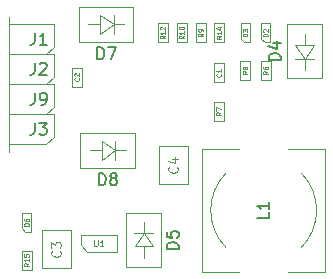
<source format=gbr>
G04 #@! TF.GenerationSoftware,KiCad,Pcbnew,(6.0.8)*
G04 #@! TF.CreationDate,2023-05-10T13:59:01+02:00*
G04 #@! TF.ProjectId,02_Batt_Alim,30325f42-6174-4745-9f41-6c696d2e6b69,rev?*
G04 #@! TF.SameCoordinates,Original*
G04 #@! TF.FileFunction,AssemblyDrawing,Top*
%FSLAX46Y46*%
G04 Gerber Fmt 4.6, Leading zero omitted, Abs format (unit mm)*
G04 Created by KiCad (PCBNEW (6.0.8)) date 2023-05-10 13:59:01*
%MOMM*%
%LPD*%
G01*
G04 APERTURE LIST*
%ADD10C,0.150000*%
%ADD11C,0.060000*%
%ADD12C,0.120000*%
%ADD13C,0.075000*%
%ADD14C,0.100000*%
G04 APERTURE END LIST*
D10*
X103806666Y-73112380D02*
X103806666Y-73826666D01*
X103759047Y-73969523D01*
X103663809Y-74064761D01*
X103520952Y-74112380D01*
X103425714Y-74112380D01*
X104187619Y-73112380D02*
X104806666Y-73112380D01*
X104473333Y-73493333D01*
X104616190Y-73493333D01*
X104711428Y-73540952D01*
X104759047Y-73588571D01*
X104806666Y-73683809D01*
X104806666Y-73921904D01*
X104759047Y-74017142D01*
X104711428Y-74064761D01*
X104616190Y-74112380D01*
X104330476Y-74112380D01*
X104235238Y-74064761D01*
X104187619Y-74017142D01*
X103806666Y-70572380D02*
X103806666Y-71286666D01*
X103759047Y-71429523D01*
X103663809Y-71524761D01*
X103520952Y-71572380D01*
X103425714Y-71572380D01*
X104330476Y-71572380D02*
X104520952Y-71572380D01*
X104616190Y-71524761D01*
X104663809Y-71477142D01*
X104759047Y-71334285D01*
X104806666Y-71143809D01*
X104806666Y-70762857D01*
X104759047Y-70667619D01*
X104711428Y-70620000D01*
X104616190Y-70572380D01*
X104425714Y-70572380D01*
X104330476Y-70620000D01*
X104282857Y-70667619D01*
X104235238Y-70762857D01*
X104235238Y-71000952D01*
X104282857Y-71096190D01*
X104330476Y-71143809D01*
X104425714Y-71191428D01*
X104616190Y-71191428D01*
X104711428Y-71143809D01*
X104759047Y-71096190D01*
X104806666Y-71000952D01*
X103806666Y-68032380D02*
X103806666Y-68746666D01*
X103759047Y-68889523D01*
X103663809Y-68984761D01*
X103520952Y-69032380D01*
X103425714Y-69032380D01*
X104235238Y-68127619D02*
X104282857Y-68080000D01*
X104378095Y-68032380D01*
X104616190Y-68032380D01*
X104711428Y-68080000D01*
X104759047Y-68127619D01*
X104806666Y-68222857D01*
X104806666Y-68318095D01*
X104759047Y-68460952D01*
X104187619Y-69032380D01*
X104806666Y-69032380D01*
X103806666Y-65492380D02*
X103806666Y-66206666D01*
X103759047Y-66349523D01*
X103663809Y-66444761D01*
X103520952Y-66492380D01*
X103425714Y-66492380D01*
X104806666Y-66492380D02*
X104235238Y-66492380D01*
X104520952Y-66492380D02*
X104520952Y-65492380D01*
X104425714Y-65635238D01*
X104330476Y-65730476D01*
X104235238Y-65778095D01*
X109116904Y-67722380D02*
X109116904Y-66722380D01*
X109355000Y-66722380D01*
X109497857Y-66770000D01*
X109593095Y-66865238D01*
X109640714Y-66960476D01*
X109688333Y-67150952D01*
X109688333Y-67293809D01*
X109640714Y-67484285D01*
X109593095Y-67579523D01*
X109497857Y-67674761D01*
X109355000Y-67722380D01*
X109116904Y-67722380D01*
X110021666Y-66722380D02*
X110688333Y-66722380D01*
X110259761Y-67722380D01*
X109243904Y-78390380D02*
X109243904Y-77390380D01*
X109482000Y-77390380D01*
X109624857Y-77438000D01*
X109720095Y-77533238D01*
X109767714Y-77628476D01*
X109815333Y-77818952D01*
X109815333Y-77961809D01*
X109767714Y-78152285D01*
X109720095Y-78247523D01*
X109624857Y-78342761D01*
X109482000Y-78390380D01*
X109243904Y-78390380D01*
X110386761Y-77818952D02*
X110291523Y-77771333D01*
X110243904Y-77723714D01*
X110196285Y-77628476D01*
X110196285Y-77580857D01*
X110243904Y-77485619D01*
X110291523Y-77438000D01*
X110386761Y-77390380D01*
X110577238Y-77390380D01*
X110672476Y-77438000D01*
X110720095Y-77485619D01*
X110767714Y-77580857D01*
X110767714Y-77628476D01*
X110720095Y-77723714D01*
X110672476Y-77771333D01*
X110577238Y-77818952D01*
X110386761Y-77818952D01*
X110291523Y-77866571D01*
X110243904Y-77914190D01*
X110196285Y-78009428D01*
X110196285Y-78199904D01*
X110243904Y-78295142D01*
X110291523Y-78342761D01*
X110386761Y-78390380D01*
X110577238Y-78390380D01*
X110672476Y-78342761D01*
X110720095Y-78295142D01*
X110767714Y-78199904D01*
X110767714Y-78009428D01*
X110720095Y-77914190D01*
X110672476Y-77866571D01*
X110577238Y-77818952D01*
X115982380Y-83796095D02*
X114982380Y-83796095D01*
X114982380Y-83558000D01*
X115030000Y-83415142D01*
X115125238Y-83319904D01*
X115220476Y-83272285D01*
X115410952Y-83224666D01*
X115553809Y-83224666D01*
X115744285Y-83272285D01*
X115839523Y-83319904D01*
X115934761Y-83415142D01*
X115982380Y-83558000D01*
X115982380Y-83796095D01*
X114982380Y-82319904D02*
X114982380Y-82796095D01*
X115458571Y-82843714D01*
X115410952Y-82796095D01*
X115363333Y-82700857D01*
X115363333Y-82462761D01*
X115410952Y-82367523D01*
X115458571Y-82319904D01*
X115553809Y-82272285D01*
X115791904Y-82272285D01*
X115887142Y-82319904D01*
X115934761Y-82367523D01*
X115982380Y-82462761D01*
X115982380Y-82700857D01*
X115934761Y-82796095D01*
X115887142Y-82843714D01*
X124622180Y-67794095D02*
X123622180Y-67794095D01*
X123622180Y-67556000D01*
X123669800Y-67413142D01*
X123765038Y-67317904D01*
X123860276Y-67270285D01*
X124050752Y-67222666D01*
X124193609Y-67222666D01*
X124384085Y-67270285D01*
X124479323Y-67317904D01*
X124574561Y-67413142D01*
X124622180Y-67556000D01*
X124622180Y-67794095D01*
X123955514Y-66365523D02*
X124622180Y-66365523D01*
X123574561Y-66603619D02*
X124288847Y-66841714D01*
X124288847Y-66222666D01*
D11*
X119548257Y-68951466D02*
X119567304Y-68970514D01*
X119586352Y-69027657D01*
X119586352Y-69065752D01*
X119567304Y-69122895D01*
X119529209Y-69160990D01*
X119491114Y-69180038D01*
X119414923Y-69199085D01*
X119357780Y-69199085D01*
X119281590Y-69180038D01*
X119243495Y-69160990D01*
X119205400Y-69122895D01*
X119186352Y-69065752D01*
X119186352Y-69027657D01*
X119205400Y-68970514D01*
X119224447Y-68951466D01*
X119586352Y-68570514D02*
X119586352Y-68799085D01*
X119586352Y-68684800D02*
X119186352Y-68684800D01*
X119243495Y-68722895D01*
X119281590Y-68760990D01*
X119300638Y-68799085D01*
X107532857Y-69306666D02*
X107551904Y-69325714D01*
X107570952Y-69382857D01*
X107570952Y-69420952D01*
X107551904Y-69478095D01*
X107513809Y-69516190D01*
X107475714Y-69535238D01*
X107399523Y-69554285D01*
X107342380Y-69554285D01*
X107266190Y-69535238D01*
X107228095Y-69516190D01*
X107190000Y-69478095D01*
X107170952Y-69420952D01*
X107170952Y-69382857D01*
X107190000Y-69325714D01*
X107209047Y-69306666D01*
X107209047Y-69154285D02*
X107190000Y-69135238D01*
X107170952Y-69097142D01*
X107170952Y-69001904D01*
X107190000Y-68963809D01*
X107209047Y-68944761D01*
X107247142Y-68925714D01*
X107285238Y-68925714D01*
X107342380Y-68944761D01*
X107570952Y-69173333D01*
X107570952Y-68925714D01*
D12*
X105949714Y-83953333D02*
X105987809Y-83991428D01*
X106025904Y-84105714D01*
X106025904Y-84181904D01*
X105987809Y-84296190D01*
X105911619Y-84372380D01*
X105835428Y-84410476D01*
X105683047Y-84448571D01*
X105568761Y-84448571D01*
X105416380Y-84410476D01*
X105340190Y-84372380D01*
X105264000Y-84296190D01*
X105225904Y-84181904D01*
X105225904Y-84105714D01*
X105264000Y-83991428D01*
X105302095Y-83953333D01*
X105225904Y-83686666D02*
X105225904Y-83191428D01*
X105530666Y-83458095D01*
X105530666Y-83343809D01*
X105568761Y-83267619D01*
X105606857Y-83229523D01*
X105683047Y-83191428D01*
X105873523Y-83191428D01*
X105949714Y-83229523D01*
X105987809Y-83267619D01*
X106025904Y-83343809D01*
X106025904Y-83572380D01*
X105987809Y-83648571D01*
X105949714Y-83686666D01*
X115855714Y-76841333D02*
X115893809Y-76879428D01*
X115931904Y-76993714D01*
X115931904Y-77069904D01*
X115893809Y-77184190D01*
X115817619Y-77260380D01*
X115741428Y-77298476D01*
X115589047Y-77336571D01*
X115474761Y-77336571D01*
X115322380Y-77298476D01*
X115246190Y-77260380D01*
X115170000Y-77184190D01*
X115131904Y-77069904D01*
X115131904Y-76993714D01*
X115170000Y-76879428D01*
X115208095Y-76841333D01*
X115398571Y-76155619D02*
X115931904Y-76155619D01*
X115093809Y-76346095D02*
X115665238Y-76536571D01*
X115665238Y-76041333D01*
D11*
X123548752Y-65788638D02*
X123148752Y-65788638D01*
X123148752Y-65693400D01*
X123167800Y-65636257D01*
X123205895Y-65598161D01*
X123243990Y-65579114D01*
X123320180Y-65560066D01*
X123377323Y-65560066D01*
X123453514Y-65579114D01*
X123491609Y-65598161D01*
X123529704Y-65636257D01*
X123548752Y-65693400D01*
X123548752Y-65788638D01*
X123186847Y-65407685D02*
X123167800Y-65388638D01*
X123148752Y-65350542D01*
X123148752Y-65255304D01*
X123167800Y-65217209D01*
X123186847Y-65198161D01*
X123224942Y-65179114D01*
X123263038Y-65179114D01*
X123320180Y-65198161D01*
X123548752Y-65426733D01*
X123548752Y-65179114D01*
X121821552Y-65788638D02*
X121421552Y-65788638D01*
X121421552Y-65693400D01*
X121440600Y-65636257D01*
X121478695Y-65598161D01*
X121516790Y-65579114D01*
X121592980Y-65560066D01*
X121650123Y-65560066D01*
X121726314Y-65579114D01*
X121764409Y-65598161D01*
X121802504Y-65636257D01*
X121821552Y-65693400D01*
X121821552Y-65788638D01*
X121421552Y-65426733D02*
X121421552Y-65179114D01*
X121573933Y-65312447D01*
X121573933Y-65255304D01*
X121592980Y-65217209D01*
X121612028Y-65198161D01*
X121650123Y-65179114D01*
X121745361Y-65179114D01*
X121783457Y-65198161D01*
X121802504Y-65217209D01*
X121821552Y-65255304D01*
X121821552Y-65369590D01*
X121802504Y-65407685D01*
X121783457Y-65426733D01*
X103304952Y-81829238D02*
X102904952Y-81829238D01*
X102904952Y-81734000D01*
X102924000Y-81676857D01*
X102962095Y-81638761D01*
X103000190Y-81619714D01*
X103076380Y-81600666D01*
X103133523Y-81600666D01*
X103209714Y-81619714D01*
X103247809Y-81638761D01*
X103285904Y-81676857D01*
X103304952Y-81734000D01*
X103304952Y-81829238D01*
X102904952Y-81257809D02*
X102904952Y-81334000D01*
X102924000Y-81372095D01*
X102943047Y-81391142D01*
X103000190Y-81429238D01*
X103076380Y-81448285D01*
X103228761Y-81448285D01*
X103266857Y-81429238D01*
X103285904Y-81410190D01*
X103304952Y-81372095D01*
X103304952Y-81295904D01*
X103285904Y-81257809D01*
X103266857Y-81238761D01*
X103228761Y-81219714D01*
X103133523Y-81219714D01*
X103095428Y-81238761D01*
X103076380Y-81257809D01*
X103057333Y-81295904D01*
X103057333Y-81372095D01*
X103076380Y-81410190D01*
X103095428Y-81429238D01*
X103133523Y-81448285D01*
D10*
X123642380Y-80684666D02*
X123642380Y-81160857D01*
X122642380Y-81160857D01*
X123642380Y-79827523D02*
X123642380Y-80398952D01*
X123642380Y-80113238D02*
X122642380Y-80113238D01*
X122785238Y-80208476D01*
X122880476Y-80303714D01*
X122928095Y-80398952D01*
D11*
X123548752Y-68735066D02*
X123358276Y-68868400D01*
X123548752Y-68963638D02*
X123148752Y-68963638D01*
X123148752Y-68811257D01*
X123167800Y-68773161D01*
X123186847Y-68754114D01*
X123224942Y-68735066D01*
X123282085Y-68735066D01*
X123320180Y-68754114D01*
X123339228Y-68773161D01*
X123358276Y-68811257D01*
X123358276Y-68963638D01*
X123148752Y-68392209D02*
X123148752Y-68468400D01*
X123167800Y-68506495D01*
X123186847Y-68525542D01*
X123243990Y-68563638D01*
X123320180Y-68582685D01*
X123472561Y-68582685D01*
X123510657Y-68563638D01*
X123529704Y-68544590D01*
X123548752Y-68506495D01*
X123548752Y-68430304D01*
X123529704Y-68392209D01*
X123510657Y-68373161D01*
X123472561Y-68354114D01*
X123377323Y-68354114D01*
X123339228Y-68373161D01*
X123320180Y-68392209D01*
X123301133Y-68430304D01*
X123301133Y-68506495D01*
X123320180Y-68544590D01*
X123339228Y-68563638D01*
X123377323Y-68582685D01*
X119586352Y-72202666D02*
X119395876Y-72336000D01*
X119586352Y-72431238D02*
X119186352Y-72431238D01*
X119186352Y-72278857D01*
X119205400Y-72240761D01*
X119224447Y-72221714D01*
X119262542Y-72202666D01*
X119319685Y-72202666D01*
X119357780Y-72221714D01*
X119376828Y-72240761D01*
X119395876Y-72278857D01*
X119395876Y-72431238D01*
X119186352Y-72069333D02*
X119186352Y-71802666D01*
X119586352Y-71974095D01*
X121821552Y-68735066D02*
X121631076Y-68868400D01*
X121821552Y-68963638D02*
X121421552Y-68963638D01*
X121421552Y-68811257D01*
X121440600Y-68773161D01*
X121459647Y-68754114D01*
X121497742Y-68735066D01*
X121554885Y-68735066D01*
X121592980Y-68754114D01*
X121612028Y-68773161D01*
X121631076Y-68811257D01*
X121631076Y-68963638D01*
X121592980Y-68506495D02*
X121573933Y-68544590D01*
X121554885Y-68563638D01*
X121516790Y-68582685D01*
X121497742Y-68582685D01*
X121459647Y-68563638D01*
X121440600Y-68544590D01*
X121421552Y-68506495D01*
X121421552Y-68430304D01*
X121440600Y-68392209D01*
X121459647Y-68373161D01*
X121497742Y-68354114D01*
X121516790Y-68354114D01*
X121554885Y-68373161D01*
X121573933Y-68392209D01*
X121592980Y-68430304D01*
X121592980Y-68506495D01*
X121612028Y-68544590D01*
X121631076Y-68563638D01*
X121669171Y-68582685D01*
X121745361Y-68582685D01*
X121783457Y-68563638D01*
X121802504Y-68544590D01*
X121821552Y-68506495D01*
X121821552Y-68430304D01*
X121802504Y-68392209D01*
X121783457Y-68373161D01*
X121745361Y-68354114D01*
X121669171Y-68354114D01*
X121631076Y-68373161D01*
X121612028Y-68392209D01*
X121592980Y-68430304D01*
X118036952Y-65547866D02*
X117846476Y-65681200D01*
X118036952Y-65776438D02*
X117636952Y-65776438D01*
X117636952Y-65624057D01*
X117656000Y-65585961D01*
X117675047Y-65566914D01*
X117713142Y-65547866D01*
X117770285Y-65547866D01*
X117808380Y-65566914D01*
X117827428Y-65585961D01*
X117846476Y-65624057D01*
X117846476Y-65776438D01*
X118036952Y-65357390D02*
X118036952Y-65281200D01*
X118017904Y-65243104D01*
X117998857Y-65224057D01*
X117941714Y-65185961D01*
X117865523Y-65166914D01*
X117713142Y-65166914D01*
X117675047Y-65185961D01*
X117656000Y-65205009D01*
X117636952Y-65243104D01*
X117636952Y-65319295D01*
X117656000Y-65357390D01*
X117675047Y-65376438D01*
X117713142Y-65395485D01*
X117808380Y-65395485D01*
X117846476Y-65376438D01*
X117865523Y-65357390D01*
X117884571Y-65319295D01*
X117884571Y-65243104D01*
X117865523Y-65205009D01*
X117846476Y-65185961D01*
X117808380Y-65166914D01*
X116436752Y-65738342D02*
X116246276Y-65871676D01*
X116436752Y-65966914D02*
X116036752Y-65966914D01*
X116036752Y-65814533D01*
X116055800Y-65776438D01*
X116074847Y-65757390D01*
X116112942Y-65738342D01*
X116170085Y-65738342D01*
X116208180Y-65757390D01*
X116227228Y-65776438D01*
X116246276Y-65814533D01*
X116246276Y-65966914D01*
X116436752Y-65357390D02*
X116436752Y-65585961D01*
X116436752Y-65471676D02*
X116036752Y-65471676D01*
X116093895Y-65509771D01*
X116131990Y-65547866D01*
X116151038Y-65585961D01*
X116036752Y-65109771D02*
X116036752Y-65071676D01*
X116055800Y-65033580D01*
X116074847Y-65014533D01*
X116112942Y-64995485D01*
X116189133Y-64976438D01*
X116284371Y-64976438D01*
X116360561Y-64995485D01*
X116398657Y-65014533D01*
X116417704Y-65033580D01*
X116436752Y-65071676D01*
X116436752Y-65109771D01*
X116417704Y-65147866D01*
X116398657Y-65166914D01*
X116360561Y-65185961D01*
X116284371Y-65205009D01*
X116189133Y-65205009D01*
X116112942Y-65185961D01*
X116074847Y-65166914D01*
X116055800Y-65147866D01*
X116036752Y-65109771D01*
X114836552Y-65738342D02*
X114646076Y-65871676D01*
X114836552Y-65966914D02*
X114436552Y-65966914D01*
X114436552Y-65814533D01*
X114455600Y-65776438D01*
X114474647Y-65757390D01*
X114512742Y-65738342D01*
X114569885Y-65738342D01*
X114607980Y-65757390D01*
X114627028Y-65776438D01*
X114646076Y-65814533D01*
X114646076Y-65966914D01*
X114836552Y-65357390D02*
X114836552Y-65585961D01*
X114836552Y-65471676D02*
X114436552Y-65471676D01*
X114493695Y-65509771D01*
X114531790Y-65547866D01*
X114550838Y-65585961D01*
X114474647Y-65205009D02*
X114455600Y-65185961D01*
X114436552Y-65147866D01*
X114436552Y-65052628D01*
X114455600Y-65014533D01*
X114474647Y-64995485D01*
X114512742Y-64976438D01*
X114550838Y-64976438D01*
X114607980Y-64995485D01*
X114836552Y-65224057D01*
X114836552Y-64976438D01*
X119611752Y-65747142D02*
X119421276Y-65880476D01*
X119611752Y-65975714D02*
X119211752Y-65975714D01*
X119211752Y-65823333D01*
X119230800Y-65785238D01*
X119249847Y-65766190D01*
X119287942Y-65747142D01*
X119345085Y-65747142D01*
X119383180Y-65766190D01*
X119402228Y-65785238D01*
X119421276Y-65823333D01*
X119421276Y-65975714D01*
X119611752Y-65366190D02*
X119611752Y-65594761D01*
X119611752Y-65480476D02*
X119211752Y-65480476D01*
X119268895Y-65518571D01*
X119306990Y-65556666D01*
X119326038Y-65594761D01*
X119345085Y-65023333D02*
X119611752Y-65023333D01*
X119192704Y-65118571D02*
X119478419Y-65213809D01*
X119478419Y-64966190D01*
X103304952Y-84997142D02*
X103114476Y-85130476D01*
X103304952Y-85225714D02*
X102904952Y-85225714D01*
X102904952Y-85073333D01*
X102924000Y-85035238D01*
X102943047Y-85016190D01*
X102981142Y-84997142D01*
X103038285Y-84997142D01*
X103076380Y-85016190D01*
X103095428Y-85035238D01*
X103114476Y-85073333D01*
X103114476Y-85225714D01*
X103304952Y-84616190D02*
X103304952Y-84844761D01*
X103304952Y-84730476D02*
X102904952Y-84730476D01*
X102962095Y-84768571D01*
X103000190Y-84806666D01*
X103019238Y-84844761D01*
X102904952Y-84254285D02*
X102904952Y-84444761D01*
X103095428Y-84463809D01*
X103076380Y-84444761D01*
X103057333Y-84406666D01*
X103057333Y-84311428D01*
X103076380Y-84273333D01*
X103095428Y-84254285D01*
X103133523Y-84235238D01*
X103228761Y-84235238D01*
X103266857Y-84254285D01*
X103285904Y-84273333D01*
X103304952Y-84311428D01*
X103304952Y-84406666D01*
X103285904Y-84444761D01*
X103266857Y-84463809D01*
D13*
X108839047Y-83066190D02*
X108839047Y-83470952D01*
X108862857Y-83518571D01*
X108886666Y-83542380D01*
X108934285Y-83566190D01*
X109029523Y-83566190D01*
X109077142Y-83542380D01*
X109100952Y-83518571D01*
X109124761Y-83470952D01*
X109124761Y-83066190D01*
X109624761Y-83566190D02*
X109339047Y-83566190D01*
X109481904Y-83566190D02*
X109481904Y-83066190D01*
X109434285Y-83137619D01*
X109386666Y-83185238D01*
X109339047Y-83209047D01*
D14*
X104775000Y-74930000D02*
X101600000Y-74930000D01*
X105410000Y-74295000D02*
X104775000Y-74930000D01*
X105410000Y-72390000D02*
X105410000Y-74295000D01*
D12*
X101600000Y-75565000D02*
X101600000Y-71755000D01*
D14*
X101600000Y-72390000D02*
X102870000Y-72390000D01*
X102870000Y-72390000D02*
X105410000Y-72390000D01*
X104775000Y-72390000D02*
X101600000Y-72390000D01*
X105410000Y-71755000D02*
X104775000Y-72390000D01*
X105410000Y-69850000D02*
X105410000Y-71755000D01*
D12*
X101600000Y-73025000D02*
X101600000Y-69215000D01*
D14*
X101600000Y-69850000D02*
X102870000Y-69850000D01*
X102870000Y-69850000D02*
X105410000Y-69850000D01*
X104775000Y-69850000D02*
X101600000Y-69850000D01*
X105410000Y-69215000D02*
X104775000Y-69850000D01*
X105410000Y-67310000D02*
X105410000Y-69215000D01*
D12*
X101600000Y-70485000D02*
X101600000Y-66675000D01*
D14*
X101600000Y-67310000D02*
X102870000Y-67310000D01*
X102870000Y-67310000D02*
X105410000Y-67310000D01*
X104775000Y-67310000D02*
X101600000Y-67310000D01*
X105410000Y-66675000D02*
X104775000Y-67310000D01*
X105410000Y-64770000D02*
X105410000Y-66675000D01*
D12*
X101600000Y-67945000D02*
X101600000Y-64135000D01*
D14*
X101600000Y-64770000D02*
X102870000Y-64770000D01*
X102870000Y-64770000D02*
X105410000Y-64770000D01*
X107555000Y-66270000D02*
X107555000Y-63270000D01*
X107555000Y-66270000D02*
X112155000Y-66270000D01*
X112155000Y-63270000D02*
X112155000Y-66270000D01*
X109353820Y-64019680D02*
X109353820Y-65569080D01*
X110504440Y-65569080D02*
X110504440Y-63968880D01*
X110504440Y-64768980D02*
X109353820Y-65569080D01*
X109353820Y-64768980D02*
X108355600Y-64768980D01*
X110504440Y-64768980D02*
X111406140Y-64768980D01*
X107555000Y-63270000D02*
X112155000Y-63270000D01*
X110504440Y-64768980D02*
X109353820Y-64019680D01*
X107682000Y-76938000D02*
X107682000Y-73938000D01*
X107682000Y-76938000D02*
X112282000Y-76938000D01*
X112282000Y-73938000D02*
X112282000Y-76938000D01*
X109480820Y-74687680D02*
X109480820Y-76237080D01*
X110631440Y-76237080D02*
X110631440Y-74636880D01*
X110631440Y-75436980D02*
X109480820Y-76237080D01*
X109480820Y-75436980D02*
X108482600Y-75436980D01*
X110631440Y-75436980D02*
X111533140Y-75436980D01*
X107682000Y-73938000D02*
X112282000Y-73938000D01*
X110631440Y-75436980D02*
X109480820Y-74687680D01*
X114530000Y-85358000D02*
X111530000Y-85358000D01*
X114530000Y-85358000D02*
X114530000Y-80758000D01*
X111530000Y-80758000D02*
X114530000Y-80758000D01*
X112279680Y-83559180D02*
X113829080Y-83559180D01*
X113829080Y-82408560D02*
X112228880Y-82408560D01*
X113028980Y-82408560D02*
X113829080Y-83559180D01*
X113028980Y-83559180D02*
X113028980Y-84557400D01*
X113028980Y-82408560D02*
X113028980Y-81506860D01*
X111530000Y-85358000D02*
X111530000Y-80758000D01*
X113028980Y-82408560D02*
X112279680Y-83559180D01*
X125169800Y-64756000D02*
X128169800Y-64756000D01*
X125169800Y-64756000D02*
X125169800Y-69356000D01*
X128169800Y-69356000D02*
X125169800Y-69356000D01*
X127420120Y-66554820D02*
X125870720Y-66554820D01*
X125870720Y-67705440D02*
X127470920Y-67705440D01*
X126670820Y-67705440D02*
X125870720Y-66554820D01*
X126670820Y-66554820D02*
X126670820Y-65556600D01*
X126670820Y-67705440D02*
X126670820Y-68607140D01*
X128169800Y-64756000D02*
X128169800Y-69356000D01*
X126670820Y-67705440D02*
X127420120Y-66554820D01*
X119805400Y-69684800D02*
X119005400Y-69684800D01*
X119805400Y-68084800D02*
X119805400Y-69684800D01*
X119005400Y-69684800D02*
X119005400Y-68084800D01*
X119005400Y-68084800D02*
X119805400Y-68084800D01*
X106990000Y-70040000D02*
X106990000Y-68440000D01*
X106990000Y-68440000D02*
X107790000Y-68440000D01*
X107790000Y-68440000D02*
X107790000Y-70040000D01*
X107790000Y-70040000D02*
X106990000Y-70040000D01*
X104414000Y-85420000D02*
X104414000Y-82220000D01*
X106914000Y-85420000D02*
X104414000Y-85420000D01*
X106914000Y-82220000D02*
X106914000Y-85420000D01*
X104414000Y-82220000D02*
X106914000Y-82220000D01*
X116820000Y-78308000D02*
X114320000Y-78308000D01*
X114320000Y-78308000D02*
X114320000Y-75108000D01*
X114320000Y-75108000D02*
X116820000Y-75108000D01*
X116820000Y-75108000D02*
X116820000Y-78308000D01*
X123267800Y-66293400D02*
X123767800Y-66293400D01*
X122967800Y-65993400D02*
X123267800Y-66293400D01*
X122967800Y-64693400D02*
X122967800Y-65993400D01*
X123767800Y-66293400D02*
X123767800Y-64693400D01*
X123767800Y-64693400D02*
X122967800Y-64693400D01*
X122040600Y-64693400D02*
X121240600Y-64693400D01*
X121240600Y-64693400D02*
X121240600Y-65993400D01*
X121240600Y-65993400D02*
X121540600Y-66293400D01*
X122040600Y-66293400D02*
X122040600Y-64693400D01*
X121540600Y-66293400D02*
X122040600Y-66293400D01*
X102724000Y-82034000D02*
X103024000Y-82334000D01*
X103024000Y-82334000D02*
X103524000Y-82334000D01*
X103524000Y-80734000D02*
X102724000Y-80734000D01*
X103524000Y-82334000D02*
X103524000Y-80734000D01*
X102724000Y-80734000D02*
X102724000Y-82034000D01*
X128390000Y-85718000D02*
X125290000Y-85718000D01*
X128390000Y-75318000D02*
X125290000Y-75318000D01*
X128390000Y-85718000D02*
X128390000Y-75318000D01*
X117990000Y-75318000D02*
X121090000Y-75318000D01*
X117990000Y-85718000D02*
X117990000Y-75318000D01*
X117990000Y-85718000D02*
X121090000Y-85718000D01*
X126360000Y-83688000D02*
G75*
G03*
X126360000Y-77348000I-3170000J3170000D01*
G01*
X120020000Y-77348000D02*
G75*
G03*
X120020000Y-83688000I3170000J-3170000D01*
G01*
X123780300Y-69468400D02*
X122955300Y-69468400D01*
X122955300Y-69468400D02*
X122955300Y-67868400D01*
X123780300Y-67868400D02*
X123780300Y-69468400D01*
X122955300Y-67868400D02*
X123780300Y-67868400D01*
X118992900Y-71336000D02*
X119817900Y-71336000D01*
X118992900Y-72936000D02*
X118992900Y-71336000D01*
X119817900Y-71336000D02*
X119817900Y-72936000D01*
X119817900Y-72936000D02*
X118992900Y-72936000D01*
X121228100Y-69468400D02*
X121228100Y-67868400D01*
X122053100Y-69468400D02*
X121228100Y-69468400D01*
X122053100Y-67868400D02*
X122053100Y-69468400D01*
X121228100Y-67868400D02*
X122053100Y-67868400D01*
X117443500Y-64681200D02*
X118268500Y-64681200D01*
X118268500Y-66281200D02*
X117443500Y-66281200D01*
X117443500Y-66281200D02*
X117443500Y-64681200D01*
X118268500Y-64681200D02*
X118268500Y-66281200D01*
X116668300Y-64681200D02*
X116668300Y-66281200D01*
X116668300Y-66281200D02*
X115843300Y-66281200D01*
X115843300Y-66281200D02*
X115843300Y-64681200D01*
X115843300Y-64681200D02*
X116668300Y-64681200D01*
X115068100Y-64681200D02*
X115068100Y-66281200D01*
X114243100Y-66281200D02*
X114243100Y-64681200D01*
X115068100Y-66281200D02*
X114243100Y-66281200D01*
X114243100Y-64681200D02*
X115068100Y-64681200D01*
X119843300Y-64690000D02*
X119843300Y-66290000D01*
X119843300Y-66290000D02*
X119018300Y-66290000D01*
X119018300Y-64690000D02*
X119843300Y-64690000D01*
X119018300Y-66290000D02*
X119018300Y-64690000D01*
X102711500Y-83940000D02*
X103536500Y-83940000D01*
X103536500Y-85540000D02*
X102711500Y-85540000D01*
X103536500Y-83940000D02*
X103536500Y-85540000D01*
X102711500Y-85540000D02*
X102711500Y-83940000D01*
X108270000Y-84040000D02*
X107700000Y-83490000D01*
X110740000Y-84040000D02*
X110740000Y-82640000D01*
X107700000Y-82640000D02*
X110740000Y-82640000D01*
X108270000Y-84040000D02*
X110720000Y-84040000D01*
X107700000Y-83490000D02*
X107700000Y-82640000D01*
M02*

</source>
